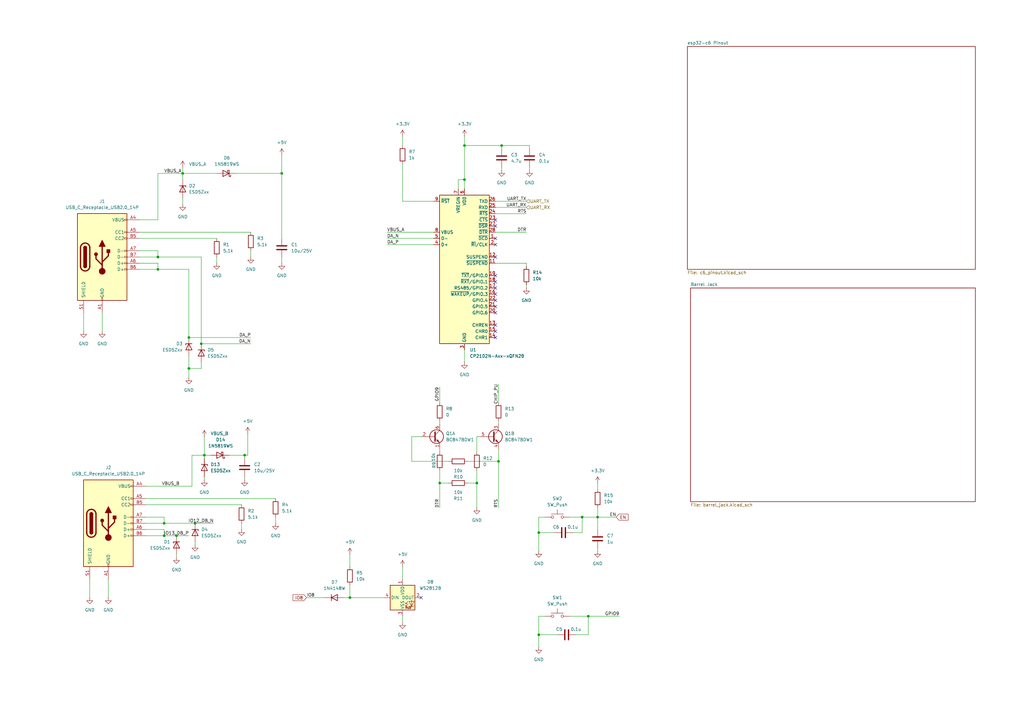
<source format=kicad_sch>
(kicad_sch (version 20250114) (generator "eeschema") (generator_version "9.0")
  (paper "A3")
  (lib_symbols
    (symbol "Connector:USB_C_Receptacle_USB2.0_14P" (pin_names (offset 1.016))
      (property "Reference" "J" (at 0 22.225 0))
      (property "Value" "USB_C_Receptacle_USB2.0_14P" (at 0 19.685 0))
      (symbol "USB_C_Receptacle_USB2.0_14P_0_0"
        (rectangle (start -0.254 -17.78) (end 0.254 -16.764))
        (rectangle (start 10.16 15.494) (end 9.144 14.986))
        (rectangle (start 10.16 10.414) (end 9.144 9.906))
        (rectangle (start 10.16 7.874) (end 9.144 7.366))
        (rectangle (start 10.16 2.794) (end 9.144 2.286))
        (rectangle (start 10.16 0.254) (end 9.144 -0.254))
        (rectangle (start 10.16 -2.286) (end 9.144 -2.794))
        (rectangle (start 10.16 -4.826) (end 9.144 -5.334))
      )
      (symbol "USB_C_Receptacle_USB2.0_14P_0_1"
        (rectangle (start -10.16 17.78) (end 10.16 -17.78) (stroke (width 0.254)) (fill (type background)))
        (polyline (pts (xy -8.89 -3.81) (xy -8.89 3.81)) (stroke (width 0.508)))
        (rectangle (start -7.62 -3.81) (end -6.35 3.81) (stroke (width 0.254)) (fill (type outline)))
        (arc (start -7.62 3.81) (mid -6.985 4.4423) (end -6.35 3.81) (stroke (width 0.254)))
        (arc (start -7.62 3.81) (mid -6.985 4.4423) (end -6.35 3.81) (stroke (width 0.254)) (fill (type outline)))
        (arc (start -8.89 3.81) (mid -6.985 5.7067) (end -5.08 3.81) (stroke (width 0.508)))
        (arc (start -5.08 -3.81) (mid -6.985 -5.7067) (end -8.89 -3.81) (stroke (width 0.508)))
        (arc (start -6.35 -3.81) (mid -6.985 -4.4423) (end -7.62 -3.81) (stroke (width 0.254)))
        (arc (start -6.35 -3.81) (mid -6.985 -4.4423) (end -7.62 -3.81) (stroke (width 0.254)) (fill (type outline)))
        (polyline (pts (xy -5.08 3.81) (xy -5.08 -3.81)) (stroke (width 0.508)))
        (circle (center -2.54 1.143) (radius 0.635) (stroke (width 0.254)) (fill (type outline)))
        (polyline (pts (xy -1.27 4.318) (xy 0 6.858) (xy 1.27 4.318) (xy -1.27 4.318)) (stroke (width 0.254)) (fill (type outline)))
        (polyline (pts (xy 0 -2.032) (xy 2.54 0.508) (xy 2.54 1.778)) (stroke (width 0.508)))
        (polyline (pts (xy 0 -3.302) (xy -2.54 -0.762) (xy -2.54 0.508)) (stroke (width 0.508)))
        (polyline (pts (xy 0 -5.842) (xy 0 4.318)) (stroke (width 0.508)))
        (circle (center 0 -5.842) (radius 1.27) (fill (type outline)))
        (rectangle (start 1.905 1.778) (end 3.175 3.048) (stroke (width 0.254)) (fill (type outline)))
      )
      (symbol "USB_C_Receptacle_USB2.0_14P_1_1"
        (pin passive line (at -7.62 -22.86 90) (length 5.08) (name "SHIELD") (number "S1"))
        (pin passive line (at 0 -22.86 90) (length 5.08) (name "GND") (number "A1"))
        (pin passive line (at 0 -22.86 90) (length 5.08) (hide yes) (name "GND") (number "A12"))
        (pin passive line (at 0 -22.86 90) (length 5.08) (hide yes) (name "GND") (number "B1"))
        (pin passive line (at 0 -22.86 90) (length 5.08) (hide yes) (name "GND") (number "B12"))
        (pin passive line (at 15.24 15.24 180) (length 5.08) (name "VBUS") (number "A4"))
        (pin passive line (at 15.24 15.24 180) (length 5.08) (hide yes) (name "VBUS") (number "A9"))
        (pin passive line (at 15.24 15.24 180) (length 5.08) (hide yes) (name "VBUS") (number "B4"))
        (pin passive line (at 15.24 15.24 180) (length 5.08) (hide yes) (name "VBUS") (number "B9"))
        (pin bidirectional line (at 15.24 10.16 180) (length 5.08) (name "CC1") (number "A5"))
        (pin bidirectional line (at 15.24 7.62 180) (length 5.08) (name "CC2") (number "B5"))
        (pin bidirectional line (at 15.24 2.54 180) (length 5.08) (name "D-") (number "A7"))
        (pin bidirectional line (at 15.24 0 180) (length 5.08) (name "D-") (number "B7"))
        (pin bidirectional line (at 15.24 -2.54 180) (length 5.08) (name "D+") (number "A6"))
        (pin bidirectional line (at 15.24 -5.08 180) (length 5.08) (name "D+") (number "B6"))
      )
    )
    (symbol "Device:C" (pin_numbers (hide yes)) (pin_names (offset 0.254))
      (property "Reference" "C" (at 0.635 2.54 0))
      (property "Value" "C" (at 0.635 -2.54 0))
      (symbol "C_0_1"
        (polyline (pts (xy -2.032 0.762) (xy 2.032 0.762)) (stroke (width 0.508)))
        (polyline (pts (xy -2.032 -0.762) (xy 2.032 -0.762)) (stroke (width 0.508)))
      )
      (symbol "C_1_1"
        (pin passive line (at 0 3.81 270) (length 2.794) (name "~") (number "1"))
        (pin passive line (at 0 -3.81 90) (length 2.794) (name "~") (number "2"))
      )
    )
    (symbol "Device:R" (pin_numbers (hide yes)) (pin_names (offset 0))
      (property "Reference" "R" (at 2.032 0 90))
      (property "Value" "R" (at 0 0 90))
      (symbol "R_0_1"
        (rectangle (start -1.016 -2.54) (end 1.016 2.54) (stroke (width 0.254)))
      )
      (symbol "R_1_1"
        (pin passive line (at 0 3.81 270) (length 1.27) (name "~") (number "1"))
        (pin passive line (at 0 -3.81 90) (length 1.27) (name "~") (number "2"))
      )
    )
    (symbol "Diode:1N4148W" (pin_numbers (hide yes)) (pin_names (hide yes))
      (property "Reference" "D" (at 0 2.54 0))
      (property "Value" "1N4148W" (at 0 -2.54 0))
      (symbol "1N4148W_0_1"
        (polyline (pts (xy -1.27 1.27) (xy -1.27 -1.27)) (stroke (width 0.254)))
        (polyline (pts (xy 1.27 1.27) (xy 1.27 -1.27) (xy -1.27 0) (xy 1.27 1.27)) (stroke (width 0.254)))
        (polyline (pts (xy 1.27 0) (xy -1.27 0)))
      )
      (symbol "1N4148W_1_1"
        (pin passive line (at -3.81 0 0) (length 2.54) (name "K") (number "1"))
        (pin passive line (at 3.81 0 180) (length 2.54) (name "A") (number "2"))
      )
    )
    (symbol "Diode:1N5819WS" (pin_numbers (hide yes)) (pin_names (offset 1.016) (hide yes))
      (property "Reference" "D" (at 0 2.54 0))
      (property "Value" "1N5819WS" (at 0 -2.54 0))
      (symbol "1N5819WS_0_1"
        (polyline (pts (xy -1.905 0.635) (xy -1.905 1.27) (xy -1.27 1.27) (xy -1.27 -1.27) (xy -0.635 -1.27) (xy -0.635 -0.635)) (stroke (width 0.254)))
        (polyline (pts (xy 1.27 1.27) (xy 1.27 -1.27) (xy -1.27 0) (xy 1.27 1.27)) (stroke (width 0.254)))
        (polyline (pts (xy 1.27 0) (xy -1.27 0)))
      )
      (symbol "1N5819WS_1_1"
        (pin passive line (at -3.81 0 0) (length 2.54) (name "K") (number "1"))
        (pin passive line (at 3.81 0 180) (length 2.54) (name "A") (number "2"))
      )
    )
    (symbol "Diode:ESD5Zxx" (pin_numbers (hide yes)) (pin_names (hide yes))
      (property "Reference" "D" (at 0 2.54 0))
      (property "Value" "ESD5Zxx" (at 0 -2.54 0))
      (symbol "ESD5Zxx_0_1"
        (polyline (pts (xy -1.27 -1.27) (xy -1.27 1.27) (xy -0.762 1.27)) (stroke (width 0.254)))
        (polyline (pts (xy 1.27 0) (xy -1.27 0)))
        (polyline (pts (xy 1.27 -1.27) (xy 1.27 1.27) (xy -1.27 0) (xy 1.27 -1.27)) (stroke (width 0.254)))
      )
      (symbol "ESD5Zxx_1_1"
        (pin passive line (at -3.81 0 0) (length 2.54) (name "K") (number "1"))
        (pin passive line (at 3.81 0 180) (length 2.54) (name "A") (number "2"))
      )
    )
    (symbol "Interface_USB:CP2102N-Axx-xQFN28"
      (property "Reference" "U" (at -8.89 31.75 0))
      (property "Value" "CP2102N-Axx-xQFN28" (at 12.7 31.75 0))
      (symbol "CP2102N-Axx-xQFN28_0_1"
        (rectangle (start -10.16 30.48) (end 10.16 -30.48) (stroke (width 0.254)) (fill (type background)))
      )
      (symbol "CP2102N-Axx-xQFN28_1_1"
        (pin input line (at -12.7 27.94 0) (length 2.54) (name "~{RST}") (number "9"))
        (pin input line (at -12.7 15.24 0) (length 2.54) (name "VBUS") (number "8"))
        (pin bidirectional line (at -12.7 12.7 0) (length 2.54) (name "D-") (number "5"))
        (pin bidirectional line (at -12.7 10.16 0) (length 2.54) (name "D+") (number "4"))
        (pin no_connect line (at -10.16 -27.94 0) (length 2.54) (hide yes) (name "NC") (number "10"))
        (pin power_in line (at -2.54 33.02 270) (length 2.54) (name "VREGIN") (number "7"))
        (pin power_in line (at 0 33.02 270) (length 2.54) (name "VDD") (number "6"))
        (pin passive line (at 0 -33.02 90) (length 2.54) (hide yes) (name "GND") (number "29"))
        (pin power_in line (at 0 -33.02 90) (length 2.54) (name "GND") (number "3"))
        (pin output line (at 12.7 27.94 180) (length 2.54) (name "TXD") (number "26"))
        (pin input line (at 12.7 25.4 180) (length 2.54) (name "RXD") (number "25"))
        (pin output line (at 12.7 22.86 180) (length 2.54) (name "~{RTS}") (number "24"))
        (pin input line (at 12.7 20.32 180) (length 2.54) (name "~{CTS}") (number "23"))
        (pin input line (at 12.7 17.78 180) (length 2.54) (name "~{DSR}") (number "27"))
        (pin output line (at 12.7 15.24 180) (length 2.54) (name "~{DTR}") (number "28"))
        (pin input line (at 12.7 12.7 180) (length 2.54) (name "~{DCD}") (number "1"))
        (pin bidirectional line (at 12.7 10.16 180) (length 2.54) (name "~{RI}/CLK") (number "2"))
        (pin output line (at 12.7 5.08 180) (length 2.54) (name "SUSPEND") (number "12"))
        (pin output line (at 12.7 2.54 180) (length 2.54) (name "~{SUSPEND}") (number "11"))
        (pin bidirectional line (at 12.7 -2.54 180) (length 2.54) (name "~{TXT}/GPIO.0") (number "19"))
        (pin bidirectional line (at 12.7 -5.08 180) (length 2.54) (name "~{RXT}/GPIO.1") (number "18"))
        (pin bidirectional line (at 12.7 -7.62 180) (length 2.54) (name "RS485/GPIO.2") (number "17"))
        (pin bidirectional line (at 12.7 -10.16 180) (length 2.54) (name "~{WAKEUP}/GPIO.3") (number "16"))
        (pin bidirectional line (at 12.7 -12.7 180) (length 2.54) (name "GPIO.4") (number "22"))
        (pin bidirectional line (at 12.7 -15.24 180) (length 2.54) (name "GPIO.5") (number "21"))
        (pin bidirectional line (at 12.7 -17.78 180) (length 2.54) (name "GPIO.6") (number "20"))
        (pin output line (at 12.7 -22.86 180) (length 2.54) (name "CHREN") (number "13"))
        (pin output line (at 12.7 -25.4 180) (length 2.54) (name "CHR0") (number "15"))
        (pin output line (at 12.7 -27.94 180) (length 2.54) (name "CHR1") (number "14"))
      )
    )
    (symbol "LED:WS2812B" (pin_names (offset 0.254))
      (property "Reference" "D" (at 5.08 5.715 0))
      (property "Value" "WS2812B" (at 1.27 -5.715 0))
      (symbol "WS2812B_0_0"
        (text "RGB" (at 2.286 -4.191 0) (effects (font (size 0.762 0.762))))
      )
      (symbol "WS2812B_0_1"
        (polyline (pts (xy 1.27 -2.54) (xy 1.778 -2.54)))
        (polyline (pts (xy 1.27 -3.556) (xy 1.778 -3.556)))
        (polyline (pts (xy 2.286 -1.524) (xy 1.27 -2.54) (xy 1.27 -2.032)))
        (polyline (pts (xy 2.286 -2.54) (xy 1.27 -3.556) (xy 1.27 -3.048)))
        (polyline (pts (xy 3.683 -1.016) (xy 3.683 -3.556) (xy 3.683 -4.064)))
        (polyline (pts (xy 4.699 -1.524) (xy 2.667 -1.524) (xy 3.683 -3.556) (xy 4.699 -1.524)))
        (polyline (pts (xy 4.699 -3.556) (xy 2.667 -3.556)))
        (rectangle (start 5.08 5.08) (end -5.08 -5.08) (stroke (width 0.254)) (fill (type background)))
      )
      (symbol "WS2812B_1_1"
        (pin input line (at -7.62 0 0) (length 2.54) (name "DIN") (number "4"))
        (pin power_in line (at 0 7.62 270) (length 2.54) (name "VDD") (number "1"))
        (pin power_in line (at 0 -7.62 90) (length 2.54) (name "VSS") (number "3"))
        (pin output line (at 7.62 0 180) (length 2.54) (name "DOUT") (number "2"))
      )
    )
    (symbol "Switch:SW_Push" (pin_numbers (hide yes)) (pin_names (offset 1.016) (hide yes))
      (property "Reference" "SW" (at 1.27 2.54 0))
      (property "Value" "SW_Push" (at 0 -1.524 0))
      (symbol "SW_Push_0_1"
        (circle (center -2.032 0) (radius 0.508))
        (polyline (pts (xy 0 1.27) (xy 0 3.048)))
        (circle (center 2.032 0) (radius 0.508))
        (polyline (pts (xy 2.54 1.27) (xy -2.54 1.27)))
        (pin passive line (at -5.08 0 0) (length 2.54) (name "1") (number "1"))
        (pin passive line (at 5.08 0 180) (length 2.54) (name "2") (number "2"))
      )
    )
    (symbol "Transistor_BJT:BC847BDW1" (pin_names (offset 0) (hide yes))
      (property "Reference" "Q" (at 5.08 1.27 0))
      (property "Value" "BC847BDW1" (at 5.08 -1.27 0))
      (symbol "BC847BDW1_0_1"
        (polyline (pts (xy 0.635 1.905) (xy 0.635 -1.905)) (stroke (width 0.508)))
        (polyline (pts (xy 0.635 0.635) (xy 2.54 2.54)))
        (polyline (pts (xy 0.635 0) (xy -2.54 0)))
        (polyline (pts (xy 0.635 -0.635) (xy 2.54 -2.54)))
        (circle (center 1.27 0) (radius 2.8194) (stroke (width 0.254)))
        (polyline (pts (xy 1.27 -1.778) (xy 1.778 -1.27) (xy 2.286 -2.286) (xy 1.27 -1.778)) (fill (type outline)))
      )
      (symbol "BC847BDW1_1_1"
        (pin input line (at -5.08 0 0) (length 2.54) (name "B1") (number "2"))
        (pin passive line (at 2.54 5.08 270) (length 2.54) (name "C1") (number "6"))
        (pin passive line (at 2.54 -5.08 90) (length 2.54) (name "E1") (number "1"))
      )
      (symbol "BC847BDW1_2_1"
        (pin input line (at -5.08 0 0) (length 2.54) (name "B2") (number "5"))
        (pin passive line (at 2.54 5.08 270) (length 2.54) (name "C2") (number "3"))
        (pin passive line (at 2.54 -5.08 90) (length 2.54) (name "E2") (number "4"))
      )
    )
    (symbol "power:+3.3V" (power) (pin_numbers (hide yes)) (pin_names (offset 0) (hide yes))
      (property "Value" "+3.3V" (at 0 3.556 0))
      (symbol "+3.3V_0_1"
        (polyline (pts (xy -0.762 1.27) (xy 0 2.54)))
        (polyline (pts (xy 0 2.54) (xy 0.762 1.27)))
        (polyline (pts (xy 0 0) (xy 0 2.54)))
      )
      (symbol "+3.3V_1_1"
        (pin power_in line (at 0 0 90) (length 0) (name "~") (number "1"))
      )
    )
    (symbol "power:+5V" (power) (pin_numbers (hide yes)) (pin_names (offset 0) (hide yes))
      (property "Value" "+5V" (at 0 3.556 0))
      (symbol "+5V_0_1"
        (polyline (pts (xy -0.762 1.27) (xy 0 2.54)))
        (polyline (pts (xy 0 2.54) (xy 0.762 1.27)))
        (polyline (pts (xy 0 0) (xy 0 2.54)))
      )
      (symbol "+5V_1_1"
        (pin power_in line (at 0 0 90) (length 0) (name "~") (number "1"))
      )
    )
    (symbol "power:GND" (power) (pin_numbers (hide yes)) (pin_names (offset 0) (hide yes))
      (property "Value" "GND" (at 0 -3.81 0))
      (symbol "GND_0_1"
        (polyline (pts (xy 0 0) (xy 0 -1.27) (xy 1.27 -1.27) (xy 0 -2.54) (xy -1.27 -1.27) (xy 0 -1.27)))
      )
      (symbol "GND_1_1"
        (pin power_in line (at 0 0 270) (length 0) (name "~") (number "1"))
      )
    )
    (symbol "power:VBUS" (power) (pin_numbers (hide yes)) (pin_names (offset 0) (hide yes))
      (property "Value" "VBUS" (at 0 3.556 0))
      (symbol "VBUS_0_1"
        (polyline (pts (xy -0.762 1.27) (xy 0 2.54)))
        (polyline (pts (xy 0 2.54) (xy 0.762 1.27)))
        (polyline (pts (xy 0 0) (xy 0 2.54)))
      )
      (symbol "VBUS_1_1"
        (pin power_in line (at 0 0 90) (length 0) (name "~") (number "1"))
      )
    )
  )
  (junction (at 143.51 245.11))
  (junction (at 205.74 59.69))
  (junction (at 74.93 71.12))
  (junction (at 238.76 212.09))
  (junction (at 77.47 138.43))
  (junction (at 180.34 198.12))
  (junction (at 220.98 218.44))
  (junction (at 77.47 151.13))
  (junction (at 190.5 73.66))
  (junction (at 64.77 105.41))
  (junction (at 67.31 219.71))
  (junction (at 83.82 186.69))
  (junction (at 67.31 214.63))
  (junction (at 64.77 110.49))
  (junction (at 220.98 260.35))
  (junction (at 100.33 186.69))
  (junction (at 72.39 219.71))
  (junction (at 195.58 198.12))
  (junction (at 241.3 252.73))
  (junction (at 82.55 140.97))
  (junction (at 204.47 189.23))
  (junction (at 245.11 212.09))
  (junction (at 115.57 71.12))
  (junction (at 80.01 214.63))
  (junction (at 190.5 59.69))
  (no_connect (at 203.2 133.35))
  (no_connect (at 203.2 123.19))
  (no_connect (at 172.72 245.11))
  (no_connect (at 203.2 125.73))
  (no_connect (at 203.2 113.03))
  (no_connect (at 203.2 138.43))
  (no_connect (at 203.2 128.27))
  (no_connect (at 203.2 135.89))
  (no_connect (at 203.2 97.79))
  (no_connect (at 203.2 105.41))
  (no_connect (at 203.2 100.33))
  (no_connect (at 203.2 115.57))
  (no_connect (at 203.2 118.11))
  (no_connect (at 203.2 92.71))
  (no_connect (at 203.2 120.65))
  (no_connect (at 203.2 90.17))
  (wire (pts (xy 204.47 184.15) (xy 204.47 189.23)))
  (wire (pts (xy 168.91 189.23) (xy 184.15 189.23)))
  (wire (pts (xy 215.9 116.84) (xy 215.9 118.11)))
  (wire (pts (xy 203.2 82.55) (xy 215.9 82.55)))
  (wire (pts (xy 57.15 102.87) (xy 64.77 102.87)))
  (wire (pts (xy 180.34 193.04) (xy 180.34 198.12)))
  (wire (pts (xy 241.3 260.35) (xy 241.3 252.73)))
  (wire (pts (xy 191.77 189.23) (xy 204.47 189.23)))
  (wire (pts (xy 83.82 195.58) (xy 83.82 196.85)))
  (wire (pts (xy 187.96 77.47) (xy 187.96 73.66)))
  (wire (pts (xy 115.57 105.41) (xy 115.57 107.95)))
  (wire (pts (xy 190.5 59.69) (xy 205.74 59.69)))
  (wire (pts (xy 204.47 157.48) (xy 204.47 165.1)))
  (wire (pts (xy 59.69 214.63) (xy 67.31 214.63)))
  (wire (pts (xy 241.3 252.73) (xy 254 252.73)))
  (wire (pts (xy 165.1 82.55) (xy 165.1 67.31)))
  (wire (pts (xy 115.57 71.12) (xy 96.52 71.12)))
  (wire (pts (xy 195.58 193.04) (xy 195.58 198.12)))
  (wire (pts (xy 190.5 59.69) (xy 190.5 73.66)))
  (wire (pts (xy 158.75 97.79) (xy 177.8 97.79)))
  (wire (pts (xy 59.69 204.47) (xy 113.03 204.47)))
  (wire (pts (xy 158.75 95.25) (xy 177.8 95.25)))
  (wire (pts (xy 165.1 252.73) (xy 165.1 255.27)))
  (wire (pts (xy 140.97 245.11) (xy 143.51 245.11)))
  (wire (pts (xy 220.98 218.44) (xy 227.33 218.44)))
  (wire (pts (xy 245.11 212.09) (xy 245.11 217.17)))
  (wire (pts (xy 44.45 237.49) (xy 44.45 245.11)))
  (wire (pts (xy 83.82 186.69) (xy 86.36 186.69)))
  (wire (pts (xy 180.34 198.12) (xy 180.34 208.28)))
  (wire (pts (xy 205.74 59.69) (xy 217.17 59.69)))
  (wire (pts (xy 67.31 217.17) (xy 67.31 219.71)))
  (wire (pts (xy 125.73 245.11) (xy 133.35 245.11)))
  (wire (pts (xy 57.15 105.41) (xy 64.77 105.41)))
  (wire (pts (xy 77.47 110.49) (xy 77.47 138.43)))
  (wire (pts (xy 74.93 68.58) (xy 74.93 71.12)))
  (wire (pts (xy 83.82 179.07) (xy 83.82 186.69)))
  (wire (pts (xy 143.51 227.33) (xy 143.51 232.41)))
  (wire (pts (xy 180.34 172.72) (xy 180.34 173.99)))
  (wire (pts (xy 64.77 105.41) (xy 82.55 105.41)))
  (wire (pts (xy 223.52 252.73) (xy 220.98 252.73)))
  (wire (pts (xy 67.31 219.71) (xy 72.39 219.71)))
  (wire (pts (xy 100.33 186.69) (xy 93.98 186.69)))
  (wire (pts (xy 234.95 218.44) (xy 238.76 218.44)))
  (wire (pts (xy 64.77 107.95) (xy 64.77 110.49)))
  (wire (pts (xy 67.31 212.09) (xy 67.31 214.63)))
  (wire (pts (xy 67.31 214.63) (xy 80.01 214.63)))
  (wire (pts (xy 82.55 151.13) (xy 82.55 148.59)))
  (wire (pts (xy 78.74 186.69) (xy 78.74 199.39)))
  (wire (pts (xy 195.58 179.07) (xy 196.85 179.07)))
  (wire (pts (xy 143.51 240.03) (xy 143.51 245.11)))
  (wire (pts (xy 165.1 232.41) (xy 165.1 237.49)))
  (wire (pts (xy 80.01 214.63) (xy 87.63 214.63)))
  (wire (pts (xy 82.55 140.97) (xy 102.87 140.97)))
  (wire (pts (xy 78.74 186.69) (xy 83.82 186.69)))
  (wire (pts (xy 72.39 227.33) (xy 72.39 228.6)))
  (wire (pts (xy 99.06 214.63) (xy 99.06 217.17)))
  (wire (pts (xy 195.58 179.07) (xy 195.58 185.42)))
  (wire (pts (xy 57.15 97.79) (xy 88.9 97.79)))
  (wire (pts (xy 245.11 198.12) (xy 245.11 200.66)))
  (wire (pts (xy 100.33 195.58) (xy 100.33 196.85)))
  (wire (pts (xy 168.91 179.07) (xy 168.91 189.23)))
  (wire (pts (xy 180.34 198.12) (xy 184.15 198.12)))
  (wire (pts (xy 57.15 95.25) (xy 102.87 95.25)))
  (wire (pts (xy 143.51 245.11) (xy 157.48 245.11)))
  (wire (pts (xy 238.76 212.09) (xy 245.11 212.09)))
  (wire (pts (xy 191.77 198.12) (xy 195.58 198.12)))
  (wire (pts (xy 80.01 222.25) (xy 80.01 223.52)))
  (wire (pts (xy 172.72 179.07) (xy 168.91 179.07)))
  (wire (pts (xy 177.8 82.55) (xy 165.1 82.55)))
  (wire (pts (xy 238.76 218.44) (xy 238.76 212.09)))
  (wire (pts (xy 220.98 212.09) (xy 220.98 218.44)))
  (wire (pts (xy 217.17 68.58) (xy 217.17 69.85)))
  (wire (pts (xy 100.33 186.69) (xy 100.33 187.96)))
  (wire (pts (xy 236.22 260.35) (xy 241.3 260.35)))
  (wire (pts (xy 101.6 186.69) (xy 100.33 186.69)))
  (wire (pts (xy 203.2 87.63) (xy 215.9 87.63)))
  (wire (pts (xy 245.11 224.79) (xy 245.11 226.06)))
  (wire (pts (xy 59.69 207.01) (xy 99.06 207.01)))
  (wire (pts (xy 64.77 71.12) (xy 64.77 90.17)))
  (wire (pts (xy 220.98 260.35) (xy 228.6 260.35)))
  (wire (pts (xy 77.47 151.13) (xy 82.55 151.13)))
  (wire (pts (xy 57.15 110.49) (xy 64.77 110.49)))
  (wire (pts (xy 165.1 55.88) (xy 165.1 59.69)))
  (wire (pts (xy 72.39 219.71) (xy 77.47 219.71)))
  (wire (pts (xy 113.03 212.09) (xy 113.03 214.63)))
  (wire (pts (xy 64.77 90.17) (xy 57.15 90.17)))
  (wire (pts (xy 77.47 146.05) (xy 77.47 151.13)))
  (wire (pts (xy 36.83 237.49) (xy 36.83 245.11)))
  (wire (pts (xy 102.87 102.87) (xy 102.87 105.41)))
  (wire (pts (xy 64.77 102.87) (xy 64.77 105.41)))
  (wire (pts (xy 233.68 252.73) (xy 241.3 252.73)))
  (wire (pts (xy 57.15 107.95) (xy 64.77 107.95)))
  (wire (pts (xy 180.34 184.15) (xy 180.34 185.42)))
  (wire (pts (xy 217.17 59.69) (xy 217.17 60.96)))
  (wire (pts (xy 41.91 128.27) (xy 41.91 135.89)))
  (wire (pts (xy 223.52 212.09) (xy 220.98 212.09)))
  (wire (pts (xy 59.69 199.39) (xy 78.74 199.39)))
  (wire (pts (xy 34.29 128.27) (xy 34.29 135.89)))
  (wire (pts (xy 215.9 109.22) (xy 215.9 107.95)))
  (wire (pts (xy 190.5 55.88) (xy 190.5 59.69)))
  (wire (pts (xy 205.74 60.96) (xy 205.74 59.69)))
  (wire (pts (xy 180.34 158.75) (xy 180.34 165.1)))
  (wire (pts (xy 220.98 252.73) (xy 220.98 260.35)))
  (wire (pts (xy 88.9 105.41) (xy 88.9 107.95)))
  (wire (pts (xy 205.74 68.58) (xy 205.74 69.85)))
  (wire (pts (xy 77.47 154.94) (xy 77.47 151.13)))
  (wire (pts (xy 64.77 71.12) (xy 74.93 71.12)))
  (wire (pts (xy 220.98 260.35) (xy 220.98 265.43)))
  (wire (pts (xy 220.98 218.44) (xy 220.98 226.06)))
  (wire (pts (xy 83.82 186.69) (xy 83.82 187.96)))
  (wire (pts (xy 59.69 217.17) (xy 67.31 217.17)))
  (wire (pts (xy 59.69 212.09) (xy 67.31 212.09)))
  (wire (pts (xy 233.68 212.09) (xy 238.76 212.09)))
  (wire (pts (xy 74.93 71.12) (xy 88.9 71.12)))
  (wire (pts (xy 195.58 198.12) (xy 195.58 208.28)))
  (wire (pts (xy 204.47 172.72) (xy 204.47 173.99)))
  (wire (pts (xy 74.93 71.12) (xy 74.93 73.66)))
  (wire (pts (xy 82.55 105.41) (xy 82.55 140.97)))
  (wire (pts (xy 204.47 189.23) (xy 204.47 208.28)))
  (wire (pts (xy 64.77 110.49) (xy 77.47 110.49)))
  (wire (pts (xy 215.9 107.95) (xy 203.2 107.95)))
  (wire (pts (xy 203.2 85.09) (xy 215.9 85.09)))
  (wire (pts (xy 115.57 63.5) (xy 115.57 71.12)))
  (wire (pts (xy 115.57 97.79) (xy 115.57 71.12)))
  (wire (pts (xy 187.96 73.66) (xy 190.5 73.66)))
  (wire (pts (xy 190.5 143.51) (xy 190.5 148.59)))
  (wire (pts (xy 59.69 219.71) (xy 67.31 219.71)))
  (wire (pts (xy 245.11 208.28) (xy 245.11 212.09)))
  (wire (pts (xy 101.6 177.8) (xy 101.6 186.69)))
  (wire (pts (xy 203.2 95.25) (xy 215.9 95.25)))
  (wire (pts (xy 158.75 100.33) (xy 177.8 100.33)))
  (wire (pts (xy 74.93 81.28) (xy 74.93 83.82)))
  (wire (pts (xy 190.5 73.66) (xy 190.5 77.47)))
  (wire (pts (xy 77.47 138.43) (xy 102.87 138.43)))
  (wire (pts (xy 245.11 212.09) (xy 252.73 212.09)))
  (label "VBUS_A" (at 158.75 95.25 0))
  (label "IO13_DB_P" (at 77.47 219.71 180))
  (label "RTS" (at 215.9 87.63 180))
  (label "VBUS_A" (at 67.31 71.12 0))
  (label "GPIO9" (at 254 252.73 180))
  (label "GPIO9" (at 180.34 158.75 270))
  (label "VBUS_B" (at 73.66 199.39 180))
  (label "UART_RX" (at 215.9 85.09 180))
  (label "DA_N" (at 102.87 140.97 180))
  (label "DTR" (at 180.34 208.28 90))
  (label "DTR" (at 215.9 95.25 180))
  (label "EN" (at 252.73 212.09 180))
  (label "UART_TX" (at 215.9 82.55 180))
  (label "IO8" (at 125.73 245.11 0))
  (label "DA_P" (at 158.75 100.33 0))
  (label "CHIP_PU" (at 204.47 157.48 270))
  (label "RTS" (at 204.47 208.28 90))
  (label "IO12_DB_N" (at 87.63 214.63 180))
  (label "DA_N" (at 158.75 97.79 0))
  (label "DA_P" (at 102.87 138.43 180))
  (global_label "EN" (shape input) (at 252.73 212.09 0) (property "Intersheetrefs" "${INTERSHEET_REFS}" (effects (hide yes))))
  (global_label "IO8" (shape input) (at 125.73 245.11 180) (property "Intersheetrefs" "${INTERSHEET_REFS}" (effects (hide yes))))
  (hierarchical_label "UART_TX" (shape input) (at 215.9 82.55 0))
  (hierarchical_label "UART_RX" (shape input) (at 215.9 85.09 0))
  (symbol (lib_id "Device:R") (at 113.03 208.28 0) (unit 1)
    (property "Reference" "R4" (at 115.57 207.0099 0) (effects (justify left)))
    (property "Value" "5.1k" (at 115.57 209.5499 0) (effects (justify left)))
    (property "Footprint" "Resistor_SMD:R_0402_1005Metric" (effects (hide yes)))
    (property "Description" "Resistor" (effects (hide yes)))
  )
  (symbol (lib_id "power:+5V") (at 143.51 227.33 0) (unit 1)
    (property "Reference" "#PWR017" (effects (hide yes)))
    (property "Value" "+5V" (at 143.51 222.25 0))
    (property "Description" "Power symbol creates a global label with name \"+5V\"" (effects (hide yes)))
  )
  (symbol (lib_id "power:+3.3V") (at 190.5 55.88 0) (unit 1)
    (property "Reference" "#PWR021" (effects (hide yes)))
    (property "Value" "+3.3V" (at 190.5 50.8 0))
    (property "Description" "Power symbol creates a global label with name \"+3.3V\"" (effects (hide yes)))
  )
  (symbol (lib_id "Device:R") (at 143.51 236.22 0) (unit 1)
    (property "Reference" "R5" (at 146.05 234.9499 0) (effects (justify left)))
    (property "Value" "10k" (at 146.05 237.4899 0) (effects (justify left)))
    (property "Footprint" "Resistor_SMD:R_0402_1005Metric" (effects (hide yes)))
    (property "Description" "Resistor" (effects (hide yes)))
  )
  (symbol (lib_id "Device:C") (at 245.11 220.98 0) (unit 1)
    (property "Reference" "C7" (at 248.92 219.7099 0) (effects (justify left)))
    (property "Value" "1u" (at 248.92 222.2499 0) (effects (justify left)))
    (property "Footprint" "Capacitor_SMD:C_0402_1005Metric" (effects (hide yes)))
    (property "Description" "Unpolarized capacitor" (effects (hide yes)))
  )
  (symbol (lib_id "Device:R") (at 195.58 189.23 0) (unit 1)
    (property "Reference" "R12" (at 198.12 187.9599 0) (effects (justify left)))
    (property "Value" "0" (at 198.12 190.4999 0) (effects (justify left)))
    (property "Footprint" "Resistor_SMD:R_0201_0603Metric" (effects (hide yes)))
    (property "Description" "Resistor" (effects (hide yes)))
  )
  (symbol (lib_id "Device:R") (at 180.34 168.91 0) (unit 1)
    (property "Reference" "R8" (at 182.88 167.6399 0) (effects (justify left)))
    (property "Value" "0" (at 182.88 170.1799 0) (effects (justify left)))
    (property "Footprint" "Resistor_SMD:R_0201_0603Metric" (effects (hide yes)))
    (property "Description" "Resistor" (effects (hide yes)))
  )
  (symbol (lib_id "power:GND") (at 245.11 226.06 0) (unit 1)
    (property "Reference" "#PWR030" (effects (hide yes)))
    (property "Value" "GND" (at 245.11 231.14 0))
    (property "Description" "Power symbol creates a global label with name \"GND\" , ground" (effects (hide yes)))
  )
  (symbol (lib_id "Diode:ESD5Zxx") (at 74.93 77.47 270) (unit 1)
    (property "Reference" "D2" (at 77.47 76.1999 90) (effects (justify left)))
    (property "Value" "ESD5Zxx" (at 77.47 78.7399 90) (effects (justify left)))
    (property "Footprint" "Diode_SMD:D_SOD-523" (effects (hide yes)))
    (property "Datasheet" "https://www.onsemi.com/pdf/datasheet/esd5z2.5t1-d.pdf" (effects (hide yes)))
    (property "Description" "ESD Protection Diode, SOD-523" (effects (hide yes)))
  )
  (symbol (lib_id "Device:R") (at 204.47 168.91 0) (unit 1)
    (property "Reference" "R13" (at 207.01 167.6399 0) (effects (justify left)))
    (property "Value" "0" (at 207.01 170.1799 0) (effects (justify left)))
    (property "Footprint" "Resistor_SMD:R_0201_0603Metric" (effects (hide yes)))
    (property "Description" "Resistor" (effects (hide yes)))
  )
  (symbol (lib_id "power:GND") (at 44.45 245.11 0) (unit 1)
    (property "Reference" "#PWR04" (effects (hide yes)))
    (property "Value" "GND" (at 44.45 250.19 0))
    (property "Description" "Power symbol creates a global label with name \"GND\" , ground" (effects (hide yes)))
  )
  (symbol (lib_id "Device:C") (at 231.14 218.44 90) (unit 1)
    (property "Reference" "C6" (at 228.092 216.154 90))
    (property "Value" "0.1u" (at 234.95 216.154 90))
    (property "Footprint" "Capacitor_SMD:C_0201_0603Metric" (effects (hide yes)))
    (property "Description" "Unpolarized capacitor" (effects (hide yes)))
  )
  (symbol (lib_id "Device:R") (at 88.9 101.6 0) (unit 1)
    (property "Reference" "R1" (at 91.44 100.3299 0) (effects (justify left)))
    (property "Value" "5.1k" (at 91.44 102.8699 0) (effects (justify left)))
    (property "Footprint" "Resistor_SMD:R_0402_1005Metric" (effects (hide yes)))
    (property "Description" "Resistor" (effects (hide yes)))
  )
  (symbol (lib_id "power:+3.3V") (at 165.1 55.88 0) (unit 1)
    (property "Reference" "#PWR018" (effects (hide yes)))
    (property "Value" "+3.3V" (at 165.1 50.8 0))
    (property "Description" "Power symbol creates a global label with name \"+3.3V\"" (effects (hide yes)))
  )
  (symbol (lib_id "power:GND") (at 99.06 217.17 0) (unit 1)
    (property "Reference" "#PWR012" (effects (hide yes)))
    (property "Value" "GND" (at 99.06 222.25 0))
    (property "Description" "Power symbol creates a global label with name \"GND\" , ground" (effects (hide yes)))
  )
  (symbol (lib_id "power:GND") (at 100.33 196.85 0) (unit 1)
    (property "Reference" "#PWR067" (effects (hide yes)))
    (property "Value" "GND" (at 100.33 201.93 0))
    (property "Description" "Power symbol creates a global label with name \"GND\" , ground" (effects (hide yes)))
  )
  (symbol (lib_id "Diode:ESD5Zxx") (at 77.47 142.24 90) (mirror x) (unit 1)
    (property "Reference" "D3" (at 74.93 140.9699 90) (effects (justify left)))
    (property "Value" "ESD5Zxx" (at 74.93 143.5099 90) (effects (justify left)))
    (property "Footprint" "Diode_SMD:D_SOD-523" (effects (hide yes)))
    (property "Datasheet" "https://www.onsemi.com/pdf/datasheet/esd5z2.5t1-d.pdf" (effects (hide yes)))
    (property "Description" "ESD Protection Diode, SOD-523" (effects (hide yes)))
  )
  (symbol (lib_id "Diode:ESD5Zxx") (at 72.39 223.52 90) (mirror x) (unit 1)
    (property "Reference" "D1" (at 69.85 222.2499 90) (effects (justify left)))
    (property "Value" "ESD5Zxx" (at 69.85 224.7899 90) (effects (justify left)))
    (property "Footprint" "Diode_SMD:D_SOD-523" (effects (hide yes)))
    (property "Datasheet" "https://www.onsemi.com/pdf/datasheet/esd5z2.5t1-d.pdf" (effects (hide yes)))
    (property "Description" "ESD Protection Diode, SOD-523" (effects (hide yes)))
  )
  (symbol (lib_id "power:VBUS") (at 74.93 68.58 0) (unit 1)
    (property "Reference" "#PWR06" (effects (hide yes)))
    (property "Value" "VBUS_A" (at 77.47 67.3099 0) (effects (justify left)))
    (property "Description" "Power symbol creates a global label with name \"VBUS\"" (effects (hide yes)))
  )
  (symbol (lib_id "Device:C") (at 115.57 101.6 0) (unit 1)
    (property "Reference" "C1" (at 119.38 100.3299 0) (effects (justify left)))
    (property "Value" "10u/25V" (at 119.38 102.8699 0) (effects (justify left)))
    (property "Footprint" "Capacitor_SMD:C_0603_1608Metric" (effects (hide yes)))
    (property "Description" "Unpolarized capacitor" (effects (hide yes)))
  )
  (symbol (lib_id "Device:R") (at 102.87 99.06 0) (unit 1)
    (property "Reference" "R3" (at 105.41 97.7899 0) (effects (justify left)))
    (property "Value" "5.1k" (at 105.41 100.3299 0) (effects (justify left)))
    (property "Footprint" "Resistor_SMD:R_0402_1005Metric" (effects (hide yes)))
    (property "Description" "Resistor" (effects (hide yes)))
  )
  (symbol (lib_id "Connector:USB_C_Receptacle_USB2.0_14P") (at 44.45 214.63 0) (unit 1)
    (property "Reference" "J2" (at 44.45 191.77 0))
    (property "Value" "USB_C_Receptacle_USB2.0_14P" (at 44.45 194.31 0))
    (property "Footprint" "Connector_USB:USB_C_Receptacle_GCT_USB4105-xx-A_16P_TopMnt_Horizontal" (effects (hide yes)))
    (property "Datasheet" "https://www.usb.org/sites/default/files/documents/usb_type-c.zip" (effects (hide yes)))
    (property "Description" "USB 2.0-only 14P Type-C Receptacle connector" (effects (hide yes)))
  )
  (symbol (lib_id "power:GND") (at 115.57 107.95 0) (unit 1)
    (property "Reference" "#PWR016" (effects (hide yes)))
    (property "Value" "GND" (at 115.57 113.03 0))
    (property "Description" "Power symbol creates a global label with name \"GND\" , ground" (effects (hide yes)))
  )
  (symbol (lib_id "power:GND") (at 83.82 196.85 0) (unit 1)
    (property "Reference" "#PWR066" (effects (hide yes)))
    (property "Value" "GND" (at 83.82 201.93 0))
    (property "Description" "Power symbol creates a global label with name \"GND\" , ground" (effects (hide yes)))
  )
  (symbol (lib_id "Device:R") (at 180.34 189.23 0) (mirror y) (unit 1)
    (property "Reference" "R9" (at 178.054 190.754 90))
    (property "Value" "10k" (at 177.8 187.452 90))
    (property "Footprint" "Resistor_SMD:R_0201_0603Metric" (effects (hide yes)))
  )
  (symbol (lib_id "Interface_USB:CP2102N-Axx-xQFN28") (at 190.5 110.49 0) (unit 1)
    (property "Reference" "U1" (at 192.6433 143.51 0) (effects (justify left)))
    (property "Value" "CP2102N-Axx-xQFN28" (at 192.6433 146.05 0) (effects (justify left)))
    (property "Footprint" "Package_DFN_QFN:QFN-28-1EP_5x5mm_P0.5mm_EP3.35x3.35mm" (effects (hide yes)))
    (property "Datasheet" "https://www.silabs.com/documents/public/data-sheets/cp2102n-datasheet.pdf" (effects (hide yes)))
    (property "Description" "USB to UART master bridge, QFN-28" (effects (hide yes)))
  )
  (symbol (lib_id "power:GND") (at 205.74 69.85 0) (unit 1)
    (property "Reference" "#PWR024" (effects (hide yes)))
    (property "Value" "GND" (at 205.74 74.93 0))
    (property "Description" "Power symbol creates a global label with name \"GND\" , ground" (effects (hide yes)))
  )
  (symbol (lib_id "Device:R") (at 187.96 198.12 270) (unit 1)
    (property "Reference" "R11" (at 187.96 204.47 90))
    (property "Value" "10k" (at 187.96 201.93 90))
    (property "Footprint" "Resistor_SMD:R_0201_0603Metric" (effects (hide yes)))
  )
  (symbol (lib_id "power:GND") (at 113.03 214.63 0) (unit 1)
    (property "Reference" "#PWR014" (effects (hide yes)))
    (property "Value" "GND" (at 113.03 219.71 0))
    (property "Description" "Power symbol creates a global label with name \"GND\" , ground" (effects (hide yes)))
  )
  (symbol (lib_id "power:GND") (at 36.83 245.11 0) (unit 1)
    (property "Reference" "#PWR02" (effects (hide yes)))
    (property "Value" "GND" (at 36.83 250.19 0))
    (property "Description" "Power symbol creates a global label with name \"GND\" , ground" (effects (hide yes)))
  )
  (symbol (lib_id "Switch:SW_Push") (at 228.6 252.73 0) (unit 1)
    (property "Reference" "SW1" (at 228.6 245.11 0))
    (property "Value" "SW_Push" (at 228.6 247.65 0))
    (property "Footprint" "Button_Switch_SMD:SW_SPST_TS-1088-xR020" (effects (hide yes)))
    (property "Description" "Push button switch, generic, two pins" (effects (hide yes)))
  )
  (symbol (lib_id "Device:R") (at 187.96 189.23 270) (unit 1)
    (property "Reference" "R10" (at 187.96 195.58 90))
    (property "Value" "10k" (at 187.96 193.04 90))
    (property "Footprint" "Resistor_SMD:R_0201_0603Metric" (effects (hide yes)))
  )
  (symbol (lib_id "power:GND") (at 41.91 135.89 0) (unit 1)
    (property "Reference" "#PWR03" (effects (hide yes)))
    (property "Value" "GND" (at 41.91 140.97 0))
    (property "Description" "Power symbol creates a global label with name \"GND\" , ground" (effects (hide yes)))
  )
  (symbol (lib_id "Diode:1N5819WS") (at 90.17 186.69 180) (unit 1)
    (property "Reference" "D14" (at 90.4875 180.34 0))
    (property "Value" "1N5819WS" (at 90.4875 182.88 0))
    (property "Footprint" "Diode_SMD:D_SOD-323" (effects (hide yes)))
    (property "Datasheet" "https://datasheet.lcsc.com/lcsc/2204281430_Guangdong-Hottech-1N5819WS_C191023.pdf" (effects (hide yes)))
    (property "Description" "40V 600mV@1A 1A SOD-323 Schottky Barrier Diodes, SOD-323" (effects (hide yes)))
  )
  (symbol (lib_id "power:GND") (at 217.17 69.85 0) (unit 1)
    (property "Reference" "#PWR026" (effects (hide yes)))
    (property "Value" "GND" (at 217.17 74.93 0))
    (property "Description" "Power symbol creates a global label with name \"GND\" , ground" (effects (hide yes)))
  )
  (symbol (lib_id "power:+5V") (at 165.1 232.41 0) (unit 1)
    (property "Reference" "#PWR019" (effects (hide yes)))
    (property "Value" "+5V" (at 165.1 227.33 0))
    (property "Description" "Power symbol creates a global label with name \"+5V\"" (effects (hide yes)))
  )
  (symbol (lib_id "power:GND") (at 77.47 154.94 0) (unit 1)
    (property "Reference" "#PWR08" (effects (hide yes)))
    (property "Value" "GND" (at 77.47 160.02 0))
    (property "Description" "Power symbol creates a global label with name \"GND\" , ground" (effects (hide yes)))
  )
  (symbol (lib_id "power:GND") (at 102.87 105.41 0) (unit 1)
    (property "Reference" "#PWR013" (effects (hide yes)))
    (property "Value" "GND" (at 102.87 110.49 0))
    (property "Description" "Power symbol creates a global label with name \"GND\" , ground" (effects (hide yes)))
  )
  (symbol (lib_id "power:GND") (at 88.9 107.95 0) (unit 1)
    (property "Reference" "#PWR011" (effects (hide yes)))
    (property "Value" "GND" (at 88.9 113.03 0))
    (property "Description" "Power symbol creates a global label with name \"GND\" , ground" (effects (hide yes)))
  )
  (symbol (lib_id "Device:R") (at 245.11 204.47 0) (unit 1)
    (property "Reference" "R15" (at 247.65 203.1999 0) (effects (justify left)))
    (property "Value" "10k" (at 247.65 205.7399 0) (effects (justify left)))
    (property "Footprint" "Resistor_SMD:R_0402_1005Metric" (effects (hide yes)))
    (property "Description" "Resistor" (effects (hide yes)))
  )
  (symbol (lib_id "power:GND") (at 80.01 223.52 0) (unit 1)
    (property "Reference" "#PWR010" (effects (hide yes)))
    (property "Value" "GND" (at 80.01 228.6 0))
    (property "Description" "Power symbol creates a global label with name \"GND\" , ground" (effects (hide yes)))
  )
  (symbol (lib_id "power:GND") (at 34.29 135.89 0) (unit 1)
    (property "Reference" "#PWR01" (effects (hide yes)))
    (property "Value" "GND" (at 34.29 140.97 0))
    (property "Description" "Power symbol creates a global label with name \"GND\" , ground" (effects (hide yes)))
  )
  (symbol (lib_id "power:+5V") (at 101.6 177.8 0) (unit 1)
    (property "Reference" "#PWR069" (effects (hide yes)))
    (property "Value" "+5V" (at 101.6 172.72 0))
    (property "Description" "Power symbol creates a global label with name \"+5V\"" (effects (hide yes)))
  )
  (symbol (lib_id "power:GND") (at 72.39 228.6 0) (unit 1)
    (property "Reference" "#PWR05" (effects (hide yes)))
    (property "Value" "GND" (at 72.39 233.68 0))
    (property "Description" "Power symbol creates a global label with name \"GND\" , ground" (effects (hide yes)))
  )
  (symbol (lib_id "power:GND") (at 190.5 148.59 0) (unit 1)
    (property "Reference" "#PWR022" (effects (hide yes)))
    (property "Value" "GND" (at 190.5 153.67 0))
    (property "Description" "Power symbol creates a global label with name \"GND\" , ground" (effects (hide yes)))
  )
  (symbol (lib_id "power:GND") (at 215.9 118.11 0) (unit 1)
    (property "Reference" "#PWR025" (effects (hide yes)))
    (property "Value" "GND" (at 215.9 123.19 0))
    (property "Description" "Power symbol creates a global label with name \"GND\" , ground" (effects (hide yes)))
  )
  (symbol (lib_id "Device:R") (at 215.9 113.03 0) (unit 1)
    (property "Reference" "R14" (at 218.44 111.7599 0) (effects (justify left)))
    (property "Value" "10k" (at 218.44 114.2999 0) (effects (justify left)))
    (property "Footprint" "Resistor_SMD:R_0201_0603Metric" (effects (hide yes)))
  )
  (symbol (lib_id "Diode:1N4148W") (at 137.16 245.11 0) (unit 1)
    (property "Reference" "D7" (at 137.16 238.76 0))
    (property "Value" "1N4148W" (at 137.16 241.3 0))
    (property "Footprint" "Diode_SMD:D_SOD-123" (effects (hide yes)))
    (property "Datasheet" "https://www.vishay.com/docs/85748/1n4148w.pdf" (effects (hide yes)))
    (property "Description" "75V 0.15A Fast Switching Diode, SOD-123" (effects (hide yes)))
    (property "Sim.Device" "D" (effects (hide yes)))
    (property "Sim.Pins" "1=K 2=A" (effects (hide yes)))
  )
  (symbol (lib_id "Diode:ESD5Zxx") (at 82.55 144.78 270) (unit 1)
    (property "Reference" "D5" (at 85.09 143.5099 90) (effects (justify left)))
    (property "Value" "ESD5Zxx" (at 85.09 146.0499 90) (effects (justify left)))
    (property "Footprint" "Diode_SMD:D_SOD-523" (effects (hide yes)))
    (property "Datasheet" "https://www.onsemi.com/pdf/datasheet/esd5z2.5t1-d.pdf" (effects (hide yes)))
    (property "Description" "ESD Protection Diode, SOD-523" (effects (hide yes)))
  )
  (symbol (lib_id "Device:C") (at 100.33 191.77 0) (unit 1)
    (property "Reference" "C2" (at 104.14 190.4999 0) (effects (justify left)))
    (property "Value" "10u/25V" (at 104.14 193.0399 0) (effects (justify left)))
    (property "Footprint" "Capacitor_SMD:C_0603_1608Metric" (effects (hide yes)))
    (property "Description" "Unpolarized capacitor" (effects (hide yes)))
  )
  (symbol (lib_id "Device:C") (at 217.17 64.77 0) (unit 1)
    (property "Reference" "C4" (at 220.98 63.4999 0) (effects (justify left)))
    (property "Value" "0.1u" (at 220.98 66.0399 0) (effects (justify left)))
    (property "Footprint" "Capacitor_SMD:C_0201_0603Metric" (effects (hide yes)))
    (property "Description" "Unpolarized capacitor" (effects (hide yes)))
  )
  (symbol (lib_id "Diode:1N5819WS") (at 92.71 71.12 180) (unit 1)
    (property "Reference" "D6" (at 93.0275 64.77 0))
    (property "Value" "1N5819WS" (at 93.0275 67.31 0))
    (property "Footprint" "Diode_SMD:D_SOD-323" (effects (hide yes)))
    (property "Datasheet" "https://datasheet.lcsc.com/lcsc/2204281430_Guangdong-Hottech-1N5819WS_C191023.pdf" (effects (hide yes)))
    (property "Description" "40V 600mV@1A 1A SOD-323 Schottky Barrier Diodes, SOD-323" (effects (hide yes)))
  )
  (symbol (lib_id "Diode:ESD5Zxx") (at 80.01 218.44 270) (unit 1)
    (property "Reference" "D4" (at 82.55 217.1699 90) (effects (justify left)))
    (property "Value" "ESD5Zxx" (at 82.55 219.7099 90) (effects (justify left)))
    (property "Footprint" "Diode_SMD:D_SOD-523" (effects (hide yes)))
    (property "Datasheet" "https://www.onsemi.com/pdf/datasheet/esd5z2.5t1-d.pdf" (effects (hide yes)))
    (property "Description" "ESD Protection Diode, SOD-523" (effects (hide yes)))
  )
  (symbol (lib_id "power:GND") (at 74.93 83.82 0) (unit 1)
    (property "Reference" "#PWR07" (effects (hide yes)))
    (property "Value" "GND" (at 74.93 88.9 0))
    (property "Description" "Power symbol creates a global label with name \"GND\" , ground" (effects (hide yes)))
  )
  (symbol (lib_id "power:+3.3V") (at 245.11 198.12 0) (unit 1)
    (property "Reference" "#PWR029" (effects (hide yes)))
    (property "Value" "+3.3V" (at 245.11 193.04 0))
    (property "Description" "Power symbol creates a global label with name \"+3.3V\"" (effects (hide yes)))
  )
  (symbol (lib_id "Device:C") (at 232.41 260.35 90) (unit 1)
    (property "Reference" "C5" (at 229.362 258.064 90))
    (property "Value" "0.1u" (at 236.22 258.064 90))
    (property "Footprint" "Capacitor_SMD:C_0201_0603Metric" (effects (hide yes)))
    (property "Description" "Unpolarized capacitor" (effects (hide yes)))
  )
  (symbol (lib_id "Connector:USB_C_Receptacle_USB2.0_14P") (at 41.91 105.41 0) (unit 1)
    (property "Reference" "J1" (at 41.91 82.55 0))
    (property "Value" "USB_C_Receptacle_USB2.0_14P" (at 41.91 85.09 0))
    (property "Footprint" "Connector_USB:USB_C_Receptacle_GCT_USB4105-xx-A_16P_TopMnt_Horizontal" (effects (hide yes)))
    (property "Datasheet" "https://www.usb.org/sites/default/files/documents/usb_type-c.zip" (effects (hide yes)))
    (property "Description" "USB 2.0-only 14P Type-C Receptacle connector" (effects (hide yes)))
  )
  (symbol (lib_id "power:GND") (at 165.1 255.27 0) (unit 1)
    (property "Reference" "#PWR020" (effects (hide yes)))
    (property "Value" "GND" (at 165.1 260.35 0))
    (property "Description" "Power symbol creates a global label with name \"GND\" , ground" (effects (hide yes)))
  )
  (symbol (lib_id "power:GND") (at 220.98 226.06 0) (unit 1)
    (property "Reference" "#PWR028" (effects (hide yes)))
    (property "Value" "GND" (at 220.98 231.14 0))
    (property "Description" "Power symbol creates a global label with name \"GND\" , ground" (effects (hide yes)))
  )
  (symbol (lib_id "Transistor_BJT:BC847BDW1") (at 201.93 179.07 0) (unit 2)
    (property "Reference" "Q1" (at 207.01 177.7999 0) (effects (justify left)))
    (property "Value" "BC847BDW1" (at 207.01 180.3399 0) (effects (justify left)))
    (property "Footprint" "Package_TO_SOT_SMD:SOT-363_SC-70-6" (effects (hide yes)))
    (property "Datasheet" "http://www.onsemi.com/pub_link/Collateral/BC846BDW1T1-D.PDF" (effects (hide yes)))
    (property "Description" "100mA IC, 45V Vce, Dual NPN/NPN Transistors, SOT-363" (effects (hide yes)))
  )
  (symbol (lib_id "power:GND") (at 220.98 265.43 0) (unit 1)
    (property "Reference" "#PWR027" (effects (hide yes)))
    (property "Value" "GND" (at 220.98 270.51 0))
    (property "Description" "Power symbol creates a global label with name \"GND\" , ground" (effects (hide yes)))
  )
  (symbol (lib_id "power:+5V") (at 115.57 63.5 0) (unit 1)
    (property "Reference" "#PWR015" (effects (hide yes)))
    (property "Value" "+5V" (at 115.57 58.42 0))
    (property "Description" "Power symbol creates a global label with name \"+5V\"" (effects (hide yes)))
  )
  (symbol (lib_id "power:VBUS") (at 83.82 179.07 0) (unit 1)
    (property "Reference" "#PWR068" (effects (hide yes)))
    (property "Value" "VBUS_B" (at 86.36 177.7999 0) (effects (justify left)))
    (property "Description" "Power symbol creates a global label with name \"VBUS\"" (effects (hide yes)))
  )
  (symbol (lib_id "Transistor_BJT:BC847BDW1") (at 177.8 179.07 0) (unit 1)
    (property "Reference" "Q1" (at 182.88 177.7999 0) (effects (justify left)))
    (property "Value" "BC847BDW1" (at 182.88 180.3399 0) (effects (justify left)))
    (property "Footprint" "Package_TO_SOT_SMD:SOT-363_SC-70-6" (effects (hide yes)))
    (property "Datasheet" "http://www.onsemi.com/pub_link/Collateral/BC846BDW1T1-D.PDF" (effects (hide yes)))
    (property "Description" "100mA IC, 45V Vce, Dual NPN/NPN Transistors, SOT-363" (effects (hide yes)))
  )
  (symbol (lib_id "Diode:ESD5Zxx") (at 83.82 191.77 270) (unit 1)
    (property "Reference" "D13" (at 86.36 190.4999 90) (effects (justify left)))
    (property "Value" "ESD5Zxx" (at 86.36 193.0399 90) (effects (justify left)))
    (property "Footprint" "Diode_SMD:D_SOD-523" (effects (hide yes)))
    (property "Datasheet" "https://www.onsemi.com/pdf/datasheet/esd5z2.5t1-d.pdf" (effects (hide yes)))
    (property "Description" "ESD Protection Diode, SOD-523" (effects (hide yes)))
  )
  (symbol (lib_id "Device:C") (at 205.74 64.77 0) (unit 1)
    (property "Reference" "C3" (at 209.55 63.4999 0) (effects (justify left)))
    (property "Value" "4.7u" (at 209.55 66.0399 0) (effects (justify left)))
    (property "Footprint" "Capacitor_SMD:C_0201_0603Metric" (effects (hide yes)))
    (property "Description" "Unpolarized capacitor" (effects (hide yes)))
  )
  (symbol (lib_id "Device:R") (at 99.06 210.82 0) (unit 1)
    (property "Reference" "R2" (at 101.6 209.5499 0) (effects (justify left)))
    (property "Value" "5.1k" (at 101.6 212.0899 0) (effects (justify left)))
    (property "Footprint" "Resistor_SMD:R_0402_1005Metric" (effects (hide yes)))
    (property "Description" "Resistor" (effects (hide yes)))
  )
  (symbol (lib_id "power:GND") (at 195.58 208.28 0) (unit 1)
    (property "Reference" "#PWR023" (effects (hide yes)))
    (property "Value" "GND" (at 195.58 213.36 0))
    (property "Description" "Power symbol creates a global label with name \"GND\" , ground" (effects (hide yes)))
  )
  (symbol (lib_id "Switch:SW_Push") (at 228.6 212.09 0) (unit 1)
    (property "Reference" "SW2" (at 228.6 204.47 0))
    (property "Value" "SW_Push" (at 228.6 207.01 0))
    (property "Footprint" "Button_Switch_SMD:SW_SPST_TS-1088-xR020" (effects (hide yes)))
    (property "Description" "Push button switch, generic, two pins" (effects (hide yes)))
  )
  (symbol (lib_id "LED:WS2812B") (at 165.1 245.11 0) (unit 1)
    (property "Reference" "D8" (at 176.53 238.6898 0))
    (property "Value" "WS2812B" (at 176.53 241.2298 0))
    (property "Footprint" "LED_SMD:LED_WS2812B_PLCC4_5.0x5.0mm_P3.2mm" (effects (hide yes)))
    (property "Datasheet" "https://cdn-shop.adafruit.com/datasheets/WS2812B.pdf" (effects (hide yes)))
    (property "Description" "RGB LED with integrated controller" (effects (hide yes)))
  )
  (symbol (lib_id "Device:R") (at 165.1 63.5 0) (unit 1)
    (property "Reference" "R7" (at 167.64 62.2299 0) (effects (justify left)))
    (property "Value" "1k" (at 167.64 64.7699 0) (effects (justify left)))
    (property "Footprint" "Resistor_SMD:R_0201_0603Metric" (effects (hide yes)))
  )
  (sheet (at 283.21 118.11) (size 116.84 87.63) (stroke (width 0.1524))
    (property "Sheetname" "Barrel Jack" (at 283.21 117.3984 0) (effects (justify left bottom)))
    (property "Sheetfile" "barrel_jack.kicad_sch" (at 283.21 206.3246 0) (effects (justify left top)))
  )
  (sheet (at 281.94 19.05) (size 118.11 91.44) (stroke (width 0.1524))
    (property "Sheetname" "esp32-c6 Pinout" (at 281.94 18.3384 0) (effects (justify left bottom)))
    (property "Sheetfile" "c6_pinout.kicad_sch" (at 281.94 111.0746 0) (effects (justify left top)))
  )
)
</source>
